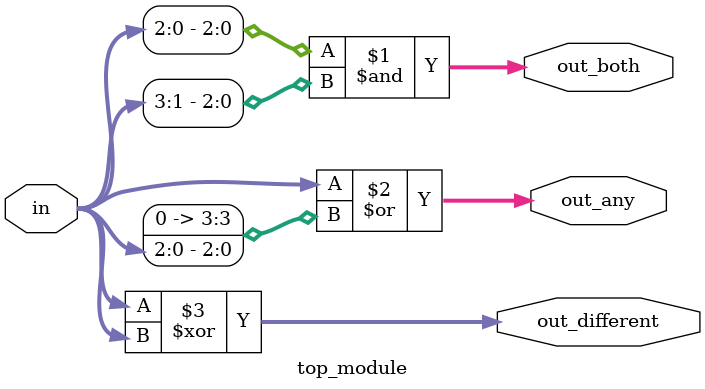
<source format=sv>
module top_module (
	input [3:0] in,
	output [2:0] out_both,
	output [3:0] out_any,
	output [3:0] out_different
);
	assign out_both = in[2:0] & in[3:1];
	assign out_any = in | {1'b0, in[2:0]};
	assign out_different = in ^ {in[3:1], in[0]};
endmodule

</source>
